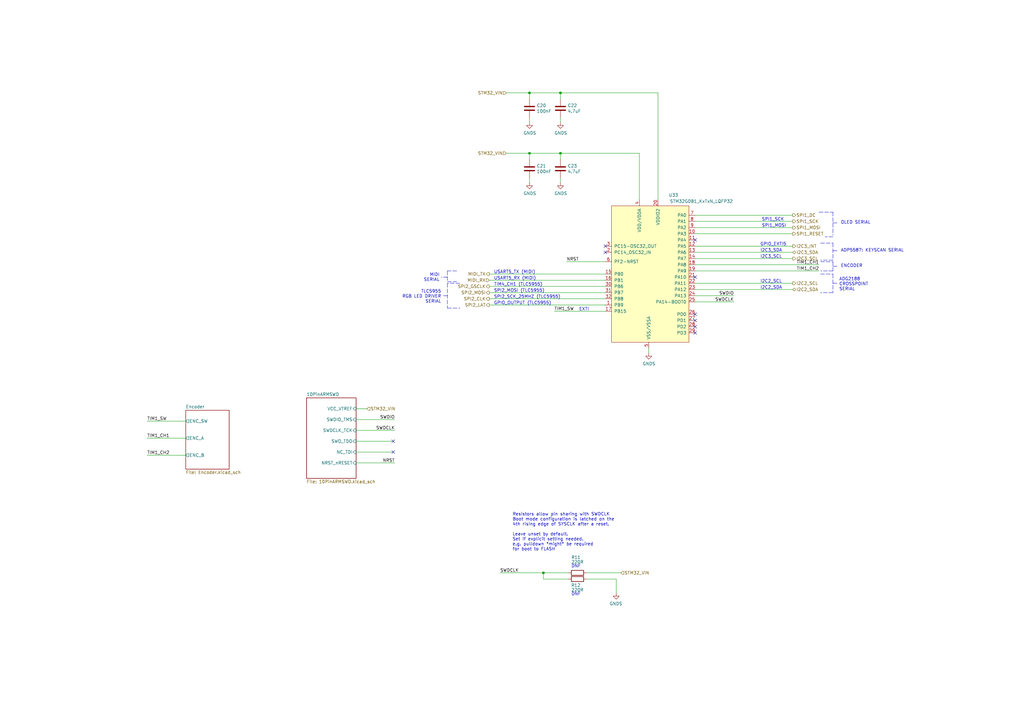
<source format=kicad_sch>
(kicad_sch (version 20211123) (generator eeschema)
  (paper "A3")
  (title_block (title "Microcontroller") (date "2021-06-05") (rev "B") (company "Created by C Sutton"))
  (lib_symbols
    (symbol "Device:C" (pin_numbers hide) (pin_names (offset 0.254))
      (property "Reference" "C" (at 0.635 2.54 0))
      (property "Value" "C" (at 0.635 -2.54 0))
      (symbol "C_0_1"
        (polyline (pts (xy -2.032 -0.762) (xy 2.032 -0.762)) (stroke (width 0.508)))
        (polyline (pts (xy -2.032 0.762) (xy 2.032 0.762)) (stroke (width 0.508)))
      )
      (symbol "C_1_1"
        (pin passive line (at 0 3.81 270) (length 2.794) (name "~") (number "1"))
        (pin passive line (at 0 -3.81 90) (length 2.794) (name "~") (number "2"))
      )
    )
    (symbol "Device:R" (pin_numbers hide) (pin_names (offset 0))
      (property "Reference" "R" (at 2.032 0 90))
      (property "Value" "R" (at 0 0 90))
      (symbol "R_0_1"
        (rectangle (start -1.016 -2.54) (end 1.016 2.54) (stroke (width 0.254)))
      )
      (symbol "R_1_1"
        (pin passive line (at 0 3.81 270) (length 1.27) (name "~") (number "1"))
        (pin passive line (at 0 -3.81 90) (length 1.27) (name "~") (number "2"))
      )
    )
    (symbol "STM32G0B1:STM32G0B1_KxTxN_LQFP32" (pin_names (offset 1.016))
      (property "Reference" "U" (at 12.7 33.02 0))
      (property "Value" "STM32G0B1_KxTxN_LQFP32" (at 24.13 30.48 0))
      (symbol "STM32G0B1_KxTxN_LQFP32_0_1"
        (rectangle (start -15.24 27.94) (end 16.51 -27.94) (fill (type background)))
      )
      (symbol "STM32G0B1_KxTxN_LQFP32_1_1"
        (pin passive line (at -17.78 -12.7 0) (length 2.54) (name "PB9") (number "1"))
        (pin passive line (at 19.05 16.51 180) (length 2.54) (name "PA3") (number "10"))
        (pin passive line (at 19.05 13.97 180) (length 2.54) (name "PA4") (number "11"))
        (pin passive line (at 19.05 11.43 180) (length 2.54) (name "PA5") (number "12"))
        (pin passive line (at 19.05 8.89 180) (length 2.54) (name "PA6") (number "13"))
        (pin passive line (at 19.05 6.35 180) (length 2.54) (name "PA7") (number "14"))
        (pin passive line (at -17.78 0 0) (length 2.54) (name "PB0") (number "15"))
        (pin passive line (at -17.78 -2.54 0) (length 2.54) (name "PB1") (number "16"))
        (pin passive line (at -17.78 -15.24 0) (length 2.54) (name "PB15") (number "17"))
        (pin passive line (at 19.05 3.81 180) (length 2.54) (name "PA8") (number "18"))
        (pin passive line (at 19.05 1.27 180) (length 2.54) (name "PA9") (number "19"))
        (pin passive line (at -17.78 8.89 0) (length 2.54) (name "PC14_OSC32_IN") (number "2"))
        (pin passive line (at 3.81 30.48 270) (length 2.54) (name "VDDIO2") (number "20"))
        (pin passive line (at 19.05 -1.27 180) (length 2.54) (name "PA10") (number "21"))
        (pin passive line (at 19.05 -3.81 180) (length 2.54) (name "PA11") (number "22"))
        (pin passive line (at 19.05 -6.35 180) (length 2.54) (name "PA12") (number "23"))
        (pin passive line (at 19.05 -8.89 180) (length 2.54) (name "PA13") (number "24"))
        (pin passive line (at 19.05 -11.43 180) (length 2.54) (name "PA14-BOOT0") (number "25"))
        (pin passive line (at 19.05 -16.51 180) (length 2.54) (name "PD0") (number "26"))
        (pin passive line (at 19.05 -19.05 180) (length 2.54) (name "PD1") (number "27"))
        (pin passive line (at 19.05 -21.59 180) (length 2.54) (name "PD2") (number "28"))
        (pin passive line (at 19.05 -24.13 180) (length 2.54) (name "PD3") (number "29"))
        (pin passive line (at -17.78 11.43 0) (length 2.54) (name "PC15-OSC32_OUT") (number "3"))
        (pin passive line (at -17.78 -5.08 0) (length 2.54) (name "PB6") (number "30"))
        (pin passive line (at -17.78 -7.62 0) (length 2.54) (name "PB7") (number "31"))
        (pin passive line (at -17.78 -10.16 0) (length 2.54) (name "PB8") (number "32"))
        (pin passive line (at -3.81 30.48 270) (length 2.54) (name "VDD/VDDA") (number "4"))
        (pin passive line (at 0 -30.48 90) (length 2.54) (name "VSS/VSSA") (number "5"))
        (pin passive line (at -17.78 5.08 0) (length 2.54) (name "PF2-NRST") (number "6"))
        (pin passive line (at 19.05 24.13 180) (length 2.54) (name "PA0") (number "7"))
        (pin passive line (at 19.05 21.59 180) (length 2.54) (name "PA1") (number "8"))
        (pin passive line (at 19.05 19.05 180) (length 2.54) (name "PA2") (number "9"))
      )
    )
    (symbol "power:GNDS" (power) (pin_names (offset 0))
      (property "Value" "GNDS" (at 0 -3.81 0))
      (symbol "GNDS_0_1"
        (polyline (pts (xy 0 0) (xy 0 -1.27) (xy 1.27 -1.27) (xy 0 -2.54) (xy -1.27 -1.27) (xy 0 -1.27)))
      )
      (symbol "GNDS_1_1"
        (pin power_in line (at 0 0 270) (length 0) hide (name "GNDS") (number "1"))
      )
    )
  )
  (junction (at 217.17 38.1))
  (junction (at 222.885 234.95))
  (junction (at 217.17 62.865))
  (junction (at 229.87 62.865))
  (junction (at 229.87 38.1))
  (no_connect (at 161.29 180.975))
  (no_connect (at 285.115 98.425))
  (no_connect (at 285.115 136.525))
  (no_connect (at 285.115 128.905))
  (no_connect (at 248.285 100.965))
  (no_connect (at 285.115 113.665))
  (no_connect (at 285.115 133.985))
  (no_connect (at 248.285 103.505))
  (no_connect (at 161.29 185.42))
  (no_connect (at 285.115 131.445))
  (polyline (pts (xy 341.63 102.87) (xy 343.535 102.87)))
  (wire (pts (xy 229.87 62.865) (xy 229.87 65.405)))
  (wire (pts (xy 217.17 62.865) (xy 229.87 62.865)))
  (wire (pts (xy 285.115 88.265) (xy 325.12 88.265)))
  (wire (pts (xy 217.17 65.405) (xy 217.17 62.865)))
  (polyline (pts (xy 335.915 86.995) (xy 341.63 86.995)))
  (wire (pts (xy 217.17 50.165) (xy 217.17 48.26)))
  (wire (pts (xy 207.645 38.1) (xy 217.17 38.1)))
  (wire (pts (xy 252.73 237.49) (xy 252.73 243.205)))
  (polyline (pts (xy 341.63 112.395) (xy 341.63 120.015)))
  (wire (pts (xy 248.285 120.015) (xy 200.66 120.015)))
  (wire (pts (xy 285.115 111.125) (xy 335.915 111.125)))
  (polyline (pts (xy 341.63 107.315) (xy 341.63 111.125)))
  (wire (pts (xy 325.12 106.045) (xy 285.115 106.045)))
  (wire (pts (xy 248.285 125.095) (xy 200.66 125.095)))
  (wire (pts (xy 207.645 62.865) (xy 217.17 62.865)))
  (wire (pts (xy 146.05 172.085) (xy 161.925 172.085)))
  (polyline (pts (xy 341.63 109.22) (xy 343.535 109.22)))
  (polyline (pts (xy 341.63 111.125) (xy 336.55 111.125)))
  (wire (pts (xy 285.115 90.805) (xy 325.12 90.805)))
  (polyline (pts (xy 187.325 111.125) (xy 183.515 111.125)))
  (wire (pts (xy 248.285 114.935) (xy 200.66 114.935)))
  (wire (pts (xy 262.255 81.915) (xy 262.255 62.865)))
  (polyline (pts (xy 336.55 99.695) (xy 341.63 99.695)))
  (wire (pts (xy 248.285 122.555) (xy 200.66 122.555)))
  (wire (pts (xy 248.285 112.395) (xy 200.66 112.395)))
  (polyline (pts (xy 341.63 106.68) (xy 336.55 106.68)))
  (wire (pts (xy 285.115 121.285) (xy 300.99 121.285)))
  (polyline (pts (xy 183.515 126.365) (xy 188.595 126.365)))
  (wire (pts (xy 146.05 189.865) (xy 161.925 189.865)))
  (wire (pts (xy 217.17 74.93) (xy 217.17 73.025)))
  (wire (pts (xy 229.87 38.1) (xy 269.875 38.1)))
  (wire (pts (xy 285.115 103.505) (xy 325.12 103.505)))
  (wire (pts (xy 248.285 127.635) (xy 227.33 127.635)))
  (wire (pts (xy 248.285 107.315) (xy 232.41 107.315)))
  (polyline (pts (xy 341.63 91.44) (xy 343.535 91.44)))
  (wire (pts (xy 146.05 185.42) (xy 161.29 185.42)))
  (polyline (pts (xy 341.63 116.205) (xy 343.535 116.205)))
  (polyline (pts (xy 183.515 116.205) (xy 183.515 126.365)))
  (wire (pts (xy 229.87 74.93) (xy 229.87 73.025)))
  (wire (pts (xy 240.665 237.49) (xy 252.73 237.49)))
  (wire (pts (xy 269.875 38.1) (xy 269.875 81.915)))
  (polyline (pts (xy 336.55 112.395) (xy 341.63 112.395)))
  (wire (pts (xy 76.2 172.72) (xy 60.325 172.72)))
  (polyline (pts (xy 336.55 107.315) (xy 341.63 107.315)))
  (wire (pts (xy 76.2 186.69) (xy 60.325 186.69)))
  (polyline (pts (xy 183.515 121.285) (xy 181.61 121.285)))
  (polyline (pts (xy 183.515 113.665) (xy 180.975 113.665)))
  (wire (pts (xy 325.12 118.745) (xy 285.115 118.745)))
  (polyline (pts (xy 341.63 120.015) (xy 336.55 120.015)))
  (wire (pts (xy 222.885 234.95) (xy 222.885 237.49)))
  (wire (pts (xy 217.17 40.64) (xy 217.17 38.1)))
  (wire (pts (xy 229.87 38.1) (xy 229.87 40.64)))
  (wire (pts (xy 266.065 144.78) (xy 266.065 142.875)))
  (wire (pts (xy 285.115 108.585) (xy 335.915 108.585)))
  (wire (pts (xy 248.285 117.475) (xy 200.66 117.475)))
  (wire (pts (xy 254.635 234.95) (xy 240.665 234.95)))
  (wire (pts (xy 229.87 62.865) (xy 262.255 62.865)))
  (polyline (pts (xy 341.63 97.155) (xy 338.455 97.155)))
  (wire (pts (xy 217.17 38.1) (xy 229.87 38.1)))
  (polyline (pts (xy 341.63 86.995) (xy 341.63 96.52)))
  (wire (pts (xy 222.885 237.49) (xy 233.045 237.49)))
  (polyline (pts (xy 183.515 115.57) (xy 187.325 115.57)))
  (wire (pts (xy 146.05 180.975) (xy 161.29 180.975)))
  (wire (pts (xy 146.05 167.64) (xy 150.495 167.64)))
  (wire (pts (xy 222.885 234.95) (xy 205.105 234.95)))
  (wire (pts (xy 285.115 100.965) (xy 325.12 100.965)))
  (polyline (pts (xy 183.515 111.125) (xy 183.515 115.57)))
  (wire (pts (xy 229.87 50.165) (xy 229.87 48.26)))
  (wire (pts (xy 285.115 123.825) (xy 300.99 123.825)))
  (wire (pts (xy 285.115 93.345) (xy 325.12 93.345)))
  (wire (pts (xy 76.2 179.705) (xy 60.325 179.705)))
  (wire (pts (xy 146.05 176.53) (xy 161.925 176.53)))
  (wire (pts (xy 233.045 234.95) (xy 222.885 234.95)))
  (wire (pts (xy 285.115 95.885) (xy 325.12 95.885)))
  (polyline (pts (xy 341.63 99.695) (xy 341.63 106.68)))
  (wire (pts (xy 285.115 116.205) (xy 325.12 116.205)))
  (polyline (pts (xy 188.595 116.205) (xy 183.515 116.205)))
  (text "I2C3_SCL" (at 311.785 106.045 0) (effects (font (size 1.27 1.27)) (justify left bottom)))
  (text "SPI2_SCK_25MHZ (TLC5955)" (at 202.565 122.555 0) (effects (font (size 1.27 1.27)) (justify left bottom)))
  (text "ADP5587: KEYSCAN SERIAL" (at 344.805 103.505 0) (effects (font (size 1.27 1.27)) (justify left bottom)))
  (text "I2C2_SDA" (at 311.785 118.745 0) (effects (font (size 1.27 1.27)) (justify left bottom)))
  (text "GPIO_EXTI5" (at 311.785 100.965 0) (effects (font (size 1.27 1.27)) (justify left bottom)))
  (text "ENCODER" (at 344.805 109.855 0) (effects (font (size 1.27 1.27)) (justify left bottom)))
  (text "EXTI" (at 237.49 127.635 0) (effects (font (size 1.27 1.27)) (justify left bottom)))
  (text "TIM4_CH1 (TLC5955)" (at 202.565 117.475 0) (effects (font (size 1.27 1.27)) (justify left bottom)))
  (text "DNF" (at 234.315 244.475 0) (effects (font (size 1.27 1.27)) (justify left bottom)))
  (text "SPI1_MOSI" (at 312.42 93.345 0) (effects (font (size 1.27 1.27)) (justify left bottom)))
  (text "Resistors allow pin sharing with SWDCLK\nBoot mode configuration is latched on the \n4th rising edge of SYSCLK after a reset.\n\nLeave unset by default. \nSet if explicit setting needed.\ne.g. pulldown *might* be required \nfor boot to FLASH" (at 210.185 226.06 0) (effects (font (size 1.27 1.27)) (justify left bottom)))
  (text "MIDI\nSERIAL" (at 180.34 115.57 180) (effects (font (size 1.27 1.27)) (justify right bottom)))
  (text "USART5_TX (MIDI)" (at 202.565 112.395 0) (effects (font (size 1.27 1.27)) (justify left bottom)))
  (text "SPI2_MOSI (TLC5955)" (at 202.565 120.015 0) (effects (font (size 1.27 1.27)) (justify left bottom)))
  (text "I2C2_SCL" (at 311.785 116.205 0) (effects (font (size 1.27 1.27)) (justify left bottom)))
  (text "I2C3_SDA" (at 311.785 103.505 0) (effects (font (size 1.27 1.27)) (justify left bottom)))
  (text "OLED SERIAL" (at 344.805 92.075 0) (effects (font (size 1.27 1.27)) (justify left bottom)))
  (text "USART5_RX (MIDI)" (at 202.565 114.935 0) (effects (font (size 1.27 1.27)) (justify left bottom)))
  (text "ADG2188\nCROSSPOINT\nSERIAL" (at 344.17 119.38 0) (effects (font (size 1.27 1.27)) (justify left bottom)))
  (text "DNF" (at 234.315 233.045 0) (effects (font (size 1.27 1.27)) (justify left bottom)))
  (text "GPIO_OUTPUT (TLC5955)" (at 202.565 125.095 0) (effects (font (size 1.27 1.27)) (justify left bottom)))
  (text "TLC5955\nRGB LED DRIVER\nSERIAL" (at 180.975 124.46 180) (effects (font (size 1.27 1.27)) (justify right bottom)))
  (text "SPI1_SCK" (at 312.42 90.805 0) (effects (font (size 1.27 1.27)) (justify left bottom)))
  (label "TIM1_SW" (at 60.325 172.72 0))
  (label "SWDIO" (at 161.925 172.085 180))
  (label "NRST" (at 232.41 107.315 0))
  (label "TIM1_SW" (at 227.33 127.635 0))
  (label "SWDIO" (at 300.99 121.285 180))
  (label "TIM1_CH1" (at 60.325 179.705 0))
  (label "NRST" (at 161.925 189.865 180))
  (label "TIM1_CH2" (at 60.325 186.69 0))
  (label "SWDCLK" (at 161.925 176.53 180))
  (label "TIM1_CH1" (at 335.915 108.585 180))
  (label "SWDCLK" (at 300.99 123.825 180))
  (label "SWDCLK" (at 205.105 234.95 0))
  (label "TIM1_CH2" (at 335.915 111.125 180))
  (hierarchical_label "I2C3_INT" (shape output) (at 325.12 100.965 0))
  (hierarchical_label "STM32_VIN" (shape input) (at 207.645 62.865 180))
  (hierarchical_label "SPI2_GSCLK" (shape output) (at 200.66 117.475 180))
  (hierarchical_label "STM32_VIN" (shape input) (at 207.645 38.1 180))
  (hierarchical_label "SPI2_CLK" (shape output) (at 200.66 122.555 180))
  (hierarchical_label "MIDI_TX" (shape output) (at 200.66 112.395 180))
  (hierarchical_label "I2C3_SDA" (shape bidirectional) (at 325.12 103.505 0))
  (hierarchical_label "STM32_VIN" (shape input) (at 150.495 167.64 0))
  (hierarchical_label "I2C2_SCL" (shape output) (at 325.12 116.205 0))
  (hierarchical_label "STM32_VIN" (shape input) (at 254.635 234.95 0))
  (hierarchical_label "SPI2_MOSI" (shape output) (at 200.66 120.015 180))
  (hierarchical_label "SPI1_DC" (shape output) (at 325.12 88.265 0))
  (hierarchical_label "SPI2_LAT" (shape output) (at 200.66 125.095 180))
  (hierarchical_label "SPI1_RESET" (shape output) (at 325.12 95.885 0))
  (hierarchical_label "SPI1_MOSI" (shape output) (at 325.12 93.345 0))
  (hierarchical_label "I2C2_SDA" (shape bidirectional) (at 325.12 118.745 0))
  (hierarchical_label "I2C3_SCL" (shape output) (at 325.12 106.045 0))
  (hierarchical_label "SPI1_SCK" (shape output) (at 325.12 90.805 0))
  (hierarchical_label "MIDI_RX" (shape input) (at 200.66 114.935 180))
  (symbol (lib_id "STM32G0B1:STM32G0B1_KxTxN_LQFP32") (at 266.065 112.395 0) (unit 1)
    (property "Reference" "U33" (at 276.225 80.01 0))
    (property "Value" "STM32G0B1_KxTxN_LQFP32" (at 287.655 82.55 0))
    (property "Footprint" "Package_QFP:LQFP-32_7x7mm_P0.8mm" (effects hide))
    (property "Datasheet" "https://www.st.com/resource/en/datasheet/stm32g0b1ke.pdf" (effects hide))
  )
  (symbol (lib_id "Device:C") (at 217.17 69.215 0) (unit 1)
    (property "Reference" "C21" (at 220.091 68.0466 0) (effects (justify left)))
    (property "Value" "100nF" (at 220.091 70.358 0) (effects (justify left)))
    (property "Footprint" "Capacitor_SMD:C_0805_2012Metric_Pad1.18x1.45mm_HandSolder" (effects hide))
  )
  (symbol (lib_id "Device:C") (at 229.87 69.215 0) (unit 1)
    (property "Reference" "C23" (at 232.791 68.0466 0) (effects (justify left)))
    (property "Value" "4.7uF" (at 232.791 70.358 0) (effects (justify left)))
    (property "Footprint" "Capacitor_SMD:C_0805_2012Metric_Pad1.18x1.45mm_HandSolder" (effects hide))
  )
  (symbol (lib_id "Device:C") (at 229.87 44.45 0) (unit 1)
    (property "Reference" "C22" (at 232.791 43.2816 0) (effects (justify left)))
    (property "Value" "4.7uF" (at 232.791 45.593 0) (effects (justify left)))
    (property "Footprint" "Capacitor_SMD:C_0805_2012Metric_Pad1.18x1.45mm_HandSolder" (effects hide))
  )
  (symbol (lib_id "Device:C") (at 217.17 44.45 0) (unit 1)
    (property "Reference" "C20" (at 220.091 43.2816 0) (effects (justify left)))
    (property "Value" "100nF" (at 220.091 45.593 0) (effects (justify left)))
    (property "Footprint" "Capacitor_SMD:C_0805_2012Metric_Pad1.18x1.45mm_HandSolder" (effects hide))
  )
  (symbol (lib_id "power:GNDS") (at 217.17 50.165 0) (unit 1)
    (property "Reference" "#PWR024" (effects hide))
    (property "Value" "GNDS" (at 217.297 54.5592 0))
  )
  (symbol (lib_id "power:GNDS") (at 229.87 50.165 0) (unit 1)
    (property "Reference" "#PWR026" (effects hide))
    (property "Value" "GNDS" (at 229.997 54.5592 0))
  )
  (symbol (lib_id "power:GNDS") (at 217.17 74.93 0) (unit 1)
    (property "Reference" "#PWR025" (effects hide))
    (property "Value" "GNDS" (at 217.297 79.3242 0))
  )
  (symbol (lib_id "power:GNDS") (at 229.87 74.93 0) (unit 1)
    (property "Reference" "#PWR027" (effects hide))
    (property "Value" "GNDS" (at 229.997 79.3242 0))
  )
  (symbol (lib_id "power:GNDS") (at 266.065 144.78 0) (unit 1)
    (property "Reference" "#PWR028" (effects hide))
    (property "Value" "GNDS" (at 266.192 149.1742 0))
  )
  (symbol (lib_id "power:GNDS") (at 252.73 243.205 0) (mirror y) (unit 1)
    (property "Reference" "#PWR029" (effects hide))
    (property "Value" "GNDS" (at 252.603 247.5992 0))
  )
  (symbol (lib_id "Device:R") (at 236.855 234.95 270) (unit 1)
    (property "Reference" "R11" (at 236.22 228.6 90))
    (property "Value" "220R" (at 236.855 230.505 90))
    (property "Footprint" "Capacitor_SMD:C_0805_2012Metric_Pad1.18x1.45mm_HandSolder" (effects hide))
  )
  (symbol (lib_id "Device:R") (at 236.855 237.49 90) (mirror x) (unit 1)
    (property "Reference" "R12" (at 238.125 240.03 90) (effects (justify left)))
    (property "Value" "220R" (at 239.395 241.935 90) (effects (justify left)))
    (property "Footprint" "Capacitor_SMD:C_0805_2012Metric_Pad1.18x1.45mm_HandSolder" (effects hide))
  )
  (sheet (at 125.73 163.195) (size 20.32 33.02)
    (property "Sheet name" "10PinARMSWD" (at 125.73 162.4834 0) (effects (justify left bottom)))
    (property "Sheet file" "10PinARMSWD.kicad_sch" (at 125.73 196.7996 0) (effects (justify left top)))
    (pin "VCC_VTREF" input (at 146.05 167.64 0))
    (pin "SWDIO_TMS" input (at 146.05 172.085 0))
    (pin "SWDCLK_TCK" input (at 146.05 176.53 0))
    (pin "SWO_TDO" input (at 146.05 180.975 0))
    (pin "NC_TDI" input (at 146.05 185.42 0))
    (pin "NRST_nRESET" input (at 146.05 189.865 0))
  )
  (sheet (at 76.2 168.275) (size 17.78 24.13)
    (property "Sheet name" "Encoder" (at 76.2 167.5634 0) (effects (justify left bottom)))
    (property "Sheet file" "Encoder.kicad_sch" (at 76.2 192.9896 0) (effects (justify left top)))
    (pin "ENC_SW" output (at 76.2 172.72 180))
    (pin "ENC_A" output (at 76.2 179.705 180))
    (pin "ENC_B" output (at 76.2 186.69 180))
  )
)
</source>
